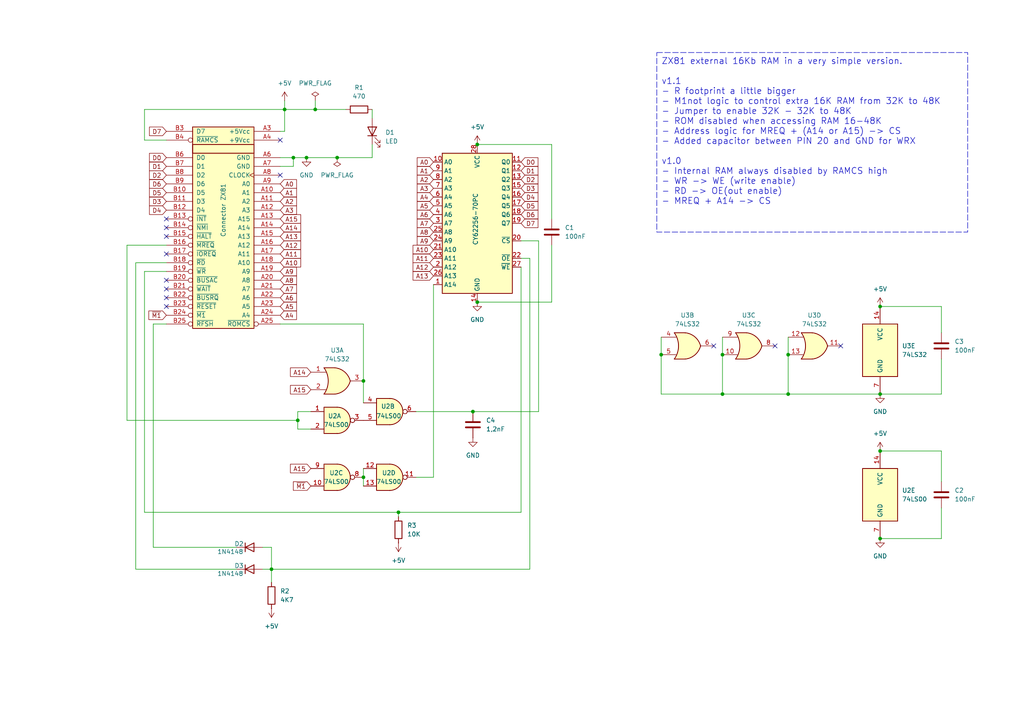
<source format=kicad_sch>
(kicad_sch (version 20231120) (generator "eeschema") (generator_version "8.0")
  (paper "A4")
  (title_block (title "ZX81 external 16Kb RAM - Simple") (date "2024-04-23") (rev "v1") (company "ZXInfo"))
  (lib_symbols
    (symbol "74xx:74LS00" (pin_names (offset 1.016))
      (property "Reference" "U" (at 0 1.27 0))
      (property "Value" "74LS00" (at 0 -1.27 0))
      (symbol "74LS00_1_1"
        (arc (start 0 -3.81) (mid 3.7934 0) (end 0 3.81) (stroke (width 0.254)) (fill (type background)))
        (polyline (pts (xy 0 3.81) (xy -3.81 3.81) (xy -3.81 -3.81) (xy 0 -3.81)) (stroke (width 0.254)) (fill (type background)))
        (pin input line (at -7.62 2.54 0) (length 3.81) (name "~") (number "1"))
        (pin input line (at -7.62 -2.54 0) (length 3.81) (name "~") (number "2"))
        (pin output inverted (at 7.62 0 180) (length 3.81) (name "~") (number "3"))
      )
      (symbol "74LS00_1_2"
        (arc (start -3.81 -3.81) (mid -2.589 0) (end -3.81 3.81) (stroke (width 0.254)))
        (arc (start -0.6096 -3.81) (mid 2.1842 -2.5851) (end 3.81 0) (stroke (width 0.254)) (fill (type background)))
        (polyline (pts (xy -3.81 -3.81) (xy -0.635 -3.81)) (stroke (width 0.254)) (fill (type background)))
        (polyline (pts (xy -3.81 3.81) (xy -0.635 3.81)) (stroke (width 0.254)) (fill (type background)))
        (polyline (pts (xy -0.635 3.81) (xy -3.81 3.81) (xy -3.81 3.81) (xy -3.556 3.4036) (xy -3.0226 2.2606) (xy -2.6924 1.0414) (xy -2.6162 -0.254) (xy -2.7686 -1.4986) (xy -3.175 -2.7178) (xy -3.81 -3.81) (xy -3.81 -3.81) (xy -0.635 -3.81)) (stroke (width -25.4)) (fill (type background)))
        (arc (start 3.81 0) (mid 2.1915 2.5936) (end -0.6096 3.81) (stroke (width 0.254)) (fill (type background)))
        (pin input inverted (at -7.62 2.54 0) (length 4.318) (name "~") (number "1"))
        (pin input inverted (at -7.62 -2.54 0) (length 4.318) (name "~") (number "2"))
        (pin output line (at 7.62 0 180) (length 3.81) (name "~") (number "3"))
      )
      (symbol "74LS00_2_1"
        (arc (start 0 -3.81) (mid 3.7934 0) (end 0 3.81) (stroke (width 0.254)) (fill (type background)))
        (polyline (pts (xy 0 3.81) (xy -3.81 3.81) (xy -3.81 -3.81) (xy 0 -3.81)) (stroke (width 0.254)) (fill (type background)))
        (pin input line (at -7.62 2.54 0) (length 3.81) (name "~") (number "4"))
        (pin input line (at -7.62 -2.54 0) (length 3.81) (name "~") (number "5"))
        (pin output inverted (at 7.62 0 180) (length 3.81) (name "~") (number "6"))
      )
      (symbol "74LS00_2_2"
        (arc (start -3.81 -3.81) (mid -2.589 0) (end -3.81 3.81) (stroke (width 0.254)))
        (arc (start -0.6096 -3.81) (mid 2.1842 -2.5851) (end 3.81 0) (stroke (width 0.254)) (fill (type background)))
        (polyline (pts (xy -3.81 -3.81) (xy -0.635 -3.81)) (stroke (width 0.254)) (fill (type background)))
        (polyline (pts (xy -3.81 3.81) (xy -0.635 3.81)) (stroke (width 0.254)) (fill (type background)))
        (polyline (pts (xy -0.635 3.81) (xy -3.81 3.81) (xy -3.81 3.81) (xy -3.556 3.4036) (xy -3.0226 2.2606) (xy -2.6924 1.0414) (xy -2.6162 -0.254) (xy -2.7686 -1.4986) (xy -3.175 -2.7178) (xy -3.81 -3.81) (xy -3.81 -3.81) (xy -0.635 -3.81)) (stroke (width -25.4)) (fill (type background)))
        (arc (start 3.81 0) (mid 2.1915 2.5936) (end -0.6096 3.81) (stroke (width 0.254)) (fill (type background)))
        (pin input inverted (at -7.62 2.54 0) (length 4.318) (name "~") (number "4"))
        (pin input inverted (at -7.62 -2.54 0) (length 4.318) (name "~") (number "5"))
        (pin output line (at 7.62 0 180) (length 3.81) (name "~") (number "6"))
      )
      (symbol "74LS00_3_1"
        (arc (start 0 -3.81) (mid 3.7934 0) (end 0 3.81) (stroke (width 0.254)) (fill (type background)))
        (polyline (pts (xy 0 3.81) (xy -3.81 3.81) (xy -3.81 -3.81) (xy 0 -3.81)) (stroke (width 0.254)) (fill (type background)))
        (pin input line (at -7.62 -2.54 0) (length 3.81) (name "~") (number "10"))
        (pin output inverted (at 7.62 0 180) (length 3.81) (name "~") (number "8"))
        (pin input line (at -7.62 2.54 0) (length 3.81) (name "~") (number "9"))
      )
      (symbol "74LS00_3_2"
        (arc (start -3.81 -3.81) (mid -2.589 0) (end -3.81 3.81) (stroke (width 0.254)))
        (arc (start -0.6096 -3.81) (mid 2.1842 -2.5851) (end 3.81 0) (stroke (width 0.254)) (fill (type background)))
        (polyline (pts (xy -3.81 -3.81) (xy -0.635 -3.81)) (stroke (width 0.254)) (fill (type background)))
        (polyline (pts (xy -3.81 3.81) (xy -0.635 3.81)) (stroke (width 0.254)) (fill (type background)))
        (polyline (pts (xy -0.635 3.81) (xy -3.81 3.81) (xy -3.81 3.81) (xy -3.556 3.4036) (xy -3.0226 2.2606) (xy -2.6924 1.0414) (xy -2.6162 -0.254) (xy -2.7686 -1.4986) (xy -3.175 -2.7178) (xy -3.81 -3.81) (xy -3.81 -3.81) (xy -0.635 -3.81)) (stroke (width -25.4)) (fill (type background)))
        (arc (start 3.81 0) (mid 2.1915 2.5936) (end -0.6096 3.81) (stroke (width 0.254)) (fill (type background)))
        (pin input inverted (at -7.62 -2.54 0) (length 4.318) (name "~") (number "10"))
        (pin output line (at 7.62 0 180) (length 3.81) (name "~") (number "8"))
        (pin input inverted (at -7.62 2.54 0) (length 4.318) (name "~") (number "9"))
      )
      (symbol "74LS00_4_1"
        (arc (start 0 -3.81) (mid 3.7934 0) (end 0 3.81) (stroke (width 0.254)) (fill (type background)))
        (polyline (pts (xy 0 3.81) (xy -3.81 3.81) (xy -3.81 -3.81) (xy 0 -3.81)) (stroke (width 0.254)) (fill (type background)))
        (pin output inverted (at 7.62 0 180) (length 3.81) (name "~") (number "11"))
        (pin input line (at -7.62 2.54 0) (length 3.81) (name "~") (number "12"))
        (pin input line (at -7.62 -2.54 0) (length 3.81) (name "~") (number "13"))
      )
      (symbol "74LS00_4_2"
        (arc (start -3.81 -3.81) (mid -2.589 0) (end -3.81 3.81) (stroke (width 0.254)))
        (arc (start -0.6096 -3.81) (mid 2.1842 -2.5851) (end 3.81 0) (stroke (width 0.254)) (fill (type background)))
        (polyline (pts (xy -3.81 -3.81) (xy -0.635 -3.81)) (stroke (width 0.254)) (fill (type background)))
        (polyline (pts (xy -3.81 3.81) (xy -0.635 3.81)) (stroke (width 0.254)) (fill (type background)))
        (polyline (pts (xy -0.635 3.81) (xy -3.81 3.81) (xy -3.81 3.81) (xy -3.556 3.4036) (xy -3.0226 2.2606) (xy -2.6924 1.0414) (xy -2.6162 -0.254) (xy -2.7686 -1.4986) (xy -3.175 -2.7178) (xy -3.81 -3.81) (xy -3.81 -3.81) (xy -0.635 -3.81)) (stroke (width -25.4)) (fill (type background)))
        (arc (start 3.81 0) (mid 2.1915 2.5936) (end -0.6096 3.81) (stroke (width 0.254)) (fill (type background)))
        (pin output line (at 7.62 0 180) (length 3.81) (name "~") (number "11"))
        (pin input inverted (at -7.62 2.54 0) (length 4.318) (name "~") (number "12"))
        (pin input inverted (at -7.62 -2.54 0) (length 4.318) (name "~") (number "13"))
      )
      (symbol "74LS00_5_0"
        (pin power_in line (at 0 12.7 270) (length 5.08) (name "VCC") (number "14"))
        (pin power_in line (at 0 -12.7 90) (length 5.08) (name "GND") (number "7"))
      )
      (symbol "74LS00_5_1"
        (rectangle (start -5.08 7.62) (end 5.08 -7.62) (stroke (width 0.254)) (fill (type background)))
      )
    )
    (symbol "74xx:74LS32" (pin_names (offset 1.016))
      (property "Reference" "U" (at 0 1.27 0))
      (property "Value" "74LS32" (at 0 -1.27 0))
      (symbol "74LS32_1_1"
        (arc (start -3.81 -3.81) (mid -2.589 0) (end -3.81 3.81) (stroke (width 0.254)))
        (arc (start -0.6096 -3.81) (mid 2.1842 -2.5851) (end 3.81 0) (stroke (width 0.254)) (fill (type background)))
        (polyline (pts (xy -3.81 -3.81) (xy -0.635 -3.81)) (stroke (width 0.254)) (fill (type background)))
        (polyline (pts (xy -3.81 3.81) (xy -0.635 3.81)) (stroke (width 0.254)) (fill (type background)))
        (polyline (pts (xy -0.635 3.81) (xy -3.81 3.81) (xy -3.81 3.81) (xy -3.556 3.4036) (xy -3.0226 2.2606) (xy -2.6924 1.0414) (xy -2.6162 -0.254) (xy -2.7686 -1.4986) (xy -3.175 -2.7178) (xy -3.81 -3.81) (xy -3.81 -3.81) (xy -0.635 -3.81)) (stroke (width -25.4)) (fill (type background)))
        (arc (start 3.81 0) (mid 2.1915 2.5936) (end -0.6096 3.81) (stroke (width 0.254)) (fill (type background)))
        (pin input line (at -7.62 2.54 0) (length 4.318) (name "~") (number "1"))
        (pin input line (at -7.62 -2.54 0) (length 4.318) (name "~") (number "2"))
        (pin output line (at 7.62 0 180) (length 3.81) (name "~") (number "3"))
      )
      (symbol "74LS32_1_2"
        (arc (start 0 -3.81) (mid 3.7934 0) (end 0 3.81) (stroke (width 0.254)) (fill (type background)))
        (polyline (pts (xy 0 3.81) (xy -3.81 3.81) (xy -3.81 -3.81) (xy 0 -3.81)) (stroke (width 0.254)) (fill (type background)))
        (pin input inverted (at -7.62 2.54 0) (length 3.81) (name "~") (number "1"))
        (pin input inverted (at -7.62 -2.54 0) (length 3.81) (name "~") (number "2"))
        (pin output inverted (at 7.62 0 180) (length 3.81) (name "~") (number "3"))
      )
      (symbol "74LS32_2_1"
        (arc (start -3.81 -3.81) (mid -2.589 0) (end -3.81 3.81) (stroke (width 0.254)))
        (arc (start -0.6096 -3.81) (mid 2.1842 -2.5851) (end 3.81 0) (stroke (width 0.254)) (fill (type background)))
        (polyline (pts (xy -3.81 -3.81) (xy -0.635 -3.81)) (stroke (width 0.254)) (fill (type background)))
        (polyline (pts (xy -3.81 3.81) (xy -0.635 3.81)) (stroke (width 0.254)) (fill (type background)))
        (polyline (pts (xy -0.635 3.81) (xy -3.81 3.81) (xy -3.81 3.81) (xy -3.556 3.4036) (xy -3.0226 2.2606) (xy -2.6924 1.0414) (xy -2.6162 -0.254) (xy -2.7686 -1.4986) (xy -3.175 -2.7178) (xy -3.81 -3.81) (xy -3.81 -3.81) (xy -0.635 -3.81)) (stroke (width -25.4)) (fill (type background)))
        (arc (start 3.81 0) (mid 2.1915 2.5936) (end -0.6096 3.81) (stroke (width 0.254)) (fill (type background)))
        (pin input line (at -7.62 2.54 0) (length 4.318) (name "~") (number "4"))
        (pin input line (at -7.62 -2.54 0) (length 4.318) (name "~") (number "5"))
        (pin output line (at 7.62 0 180) (length 3.81) (name "~") (number "6"))
      )
      (symbol "74LS32_2_2"
        (arc (start 0 -3.81) (mid 3.7934 0) (end 0 3.81) (stroke (width 0.254)) (fill (type background)))
        (polyline (pts (xy 0 3.81) (xy -3.81 3.81) (xy -3.81 -3.81) (xy 0 -3.81)) (stroke (width 0.254)) (fill (type background)))
        (pin input inverted (at -7.62 2.54 0) (length 3.81) (name "~") (number "4"))
        (pin input inverted (at -7.62 -2.54 0) (length 3.81) (name "~") (number "5"))
        (pin output inverted (at 7.62 0 180) (length 3.81) (name "~") (number "6"))
      )
      (symbol "74LS32_3_1"
        (arc (start -3.81 -3.81) (mid -2.589 0) (end -3.81 3.81) (stroke (width 0.254)))
        (arc (start -0.6096 -3.81) (mid 2.1842 -2.5851) (end 3.81 0) (stroke (width 0.254)) (fill (type background)))
        (polyline (pts (xy -3.81 -3.81) (xy -0.635 -3.81)) (stroke (width 0.254)) (fill (type background)))
        (polyline (pts (xy -3.81 3.81) (xy -0.635 3.81)) (stroke (width 0.254)) (fill (type background)))
        (polyline (pts (xy -0.635 3.81) (xy -3.81 3.81) (xy -3.81 3.81) (xy -3.556 3.4036) (xy -3.0226 2.2606) (xy -2.6924 1.0414) (xy -2.6162 -0.254) (xy -2.7686 -1.4986) (xy -3.175 -2.7178) (xy -3.81 -3.81) (xy -3.81 -3.81) (xy -0.635 -3.81)) (stroke (width -25.4)) (fill (type background)))
        (arc (start 3.81 0) (mid 2.1915 2.5936) (end -0.6096 3.81) (stroke (width 0.254)) (fill (type background)))
        (pin input line (at -7.62 -2.54 0) (length 4.318) (name "~") (number "10"))
        (pin output line (at 7.62 0 180) (length 3.81) (name "~") (number "8"))
        (pin input line (at -7.62 2.54 0) (length 4.318) (name "~") (number "9"))
      )
      (symbol "74LS32_3_2"
        (arc (start 0 -3.81) (mid 3.7934 0) (end 0 3.81) (stroke (width 0.254)) (fill (type background)))
        (polyline (pts (xy 0 3.81) (xy -3.81 3.81) (xy -3.81 -3.81) (xy 0 -3.81)) (stroke (width 0.254)) (fill (type background)))
        (pin input inverted (at -7.62 -2.54 0) (length 3.81) (name "~") (number "10"))
        (pin output inverted (at 7.62 0 180) (length 3.81) (name "~") (number "8"))
        (pin input inverted (at -7.62 2.54 0) (length 3.81) (name "~") (number "9"))
      )
      (symbol "74LS32_4_1"
        (arc (start -3.81 -3.81) (mid -2.589 0) (end -3.81 3.81) (stroke (width 0.254)))
        (arc (start -0.6096 -3.81) (mid 2.1842 -2.5851) (end 3.81 0) (stroke (width 0.254)) (fill (type background)))
        (polyline (pts (xy -3.81 -3.81) (xy -0.635 -3.81)) (stroke (width 0.254)) (fill (type background)))
        (polyline (pts (xy -3.81 3.81) (xy -0.635 3.81)) (stroke (width 0.254)) (fill (type background)))
        (polyline (pts (xy -0.635 3.81) (xy -3.81 3.81) (xy -3.81 3.81) (xy -3.556 3.4036) (xy -3.0226 2.2606) (xy -2.6924 1.0414) (xy -2.6162 -0.254) (xy -2.7686 -1.4986) (xy -3.175 -2.7178) (xy -3.81 -3.81) (xy -3.81 -3.81) (xy -0.635 -3.81)) (stroke (width -25.4)) (fill (type background)))
        (arc (start 3.81 0) (mid 2.1915 2.5936) (end -0.6096 3.81) (stroke (width 0.254)) (fill (type background)))
        (pin output line (at 7.62 0 180) (length 3.81) (name "~") (number "11"))
        (pin input line (at -7.62 2.54 0) (length 4.318) (name "~") (number "12"))
        (pin input line (at -7.62 -2.54 0) (length 4.318) (name "~") (number "13"))
      )
      (symbol "74LS32_4_2"
        (arc (start 0 -3.81) (mid 3.7934 0) (end 0 3.81) (stroke (width 0.254)) (fill (type background)))
        (polyline (pts (xy 0 3.81) (xy -3.81 3.81) (xy -3.81 -3.81) (xy 0 -3.81)) (stroke (width 0.254)) (fill (type background)))
        (pin output inverted (at 7.62 0 180) (length 3.81) (name "~") (number "11"))
        (pin input inverted (at -7.62 2.54 0) (length 3.81) (name "~") (number "12"))
        (pin input inverted (at -7.62 -2.54 0) (length 3.81) (name "~") (number "13"))
      )
      (symbol "74LS32_5_0"
        (pin power_in line (at 0 12.7 270) (length 5.08) (name "VCC") (number "14"))
        (pin power_in line (at 0 -12.7 90) (length 5.08) (name "GND") (number "7"))
      )
      (symbol "74LS32_5_1"
        (rectangle (start -5.08 7.62) (end 5.08 -7.62) (stroke (width 0.254)) (fill (type background)))
      )
    )
    (symbol "Device:C" (pin_numbers hide) (pin_names (offset 0.254))
      (property "Reference" "C" (at 0.635 2.54 0))
      (property "Value" "C" (at 0.635 -2.54 0))
      (symbol "C_0_1"
        (polyline (pts (xy -2.032 -0.762) (xy 2.032 -0.762)) (stroke (width 0.508)))
        (polyline (pts (xy -2.032 0.762) (xy 2.032 0.762)) (stroke (width 0.508)))
      )
      (symbol "C_1_1"
        (pin passive line (at 0 3.81 270) (length 2.794) (name "~") (number "1"))
        (pin passive line (at 0 -3.81 90) (length 2.794) (name "~") (number "2"))
      )
    )
    (symbol "Device:LED" (pin_numbers hide) (pin_names (offset 1.016) hide)
      (property "Reference" "D" (at 0 2.54 0))
      (property "Value" "LED" (at 0 -2.54 0))
      (symbol "LED_0_1"
        (polyline (pts (xy -1.27 -1.27) (xy -1.27 1.27)) (stroke (width 0.254)))
        (polyline (pts (xy -1.27 0) (xy 1.27 0)))
        (polyline (pts (xy 1.27 -1.27) (xy 1.27 1.27) (xy -1.27 0) (xy 1.27 -1.27)) (stroke (width 0.254)))
        (polyline (pts (xy -3.048 -0.762) (xy -4.572 -2.286) (xy -3.81 -2.286) (xy -4.572 -2.286) (xy -4.572 -1.524)))
        (polyline (pts (xy -1.778 -0.762) (xy -3.302 -2.286) (xy -2.54 -2.286) (xy -3.302 -2.286) (xy -3.302 -1.524)))
      )
      (symbol "LED_1_1"
        (pin passive line (at -3.81 0 0) (length 2.54) (name "K") (number "1"))
        (pin passive line (at 3.81 0 180) (length 2.54) (name "A") (number "2"))
      )
    )
    (symbol "Device:R" (pin_numbers hide) (pin_names (offset 0))
      (property "Reference" "R" (at 2.032 0 90))
      (property "Value" "R" (at 0 0 90))
      (symbol "R_0_1"
        (rectangle (start -1.016 -2.54) (end 1.016 2.54) (stroke (width 0.254)))
      )
      (symbol "R_1_1"
        (pin passive line (at 0 3.81 270) (length 1.27) (name "~") (number "1"))
        (pin passive line (at 0 -3.81 90) (length 1.27) (name "~") (number "2"))
      )
    )
    (symbol "Diode:1N4148" (pin_numbers hide) (pin_names hide)
      (property "Reference" "D" (at 0 2.54 0))
      (property "Value" "1N4148" (at 0 -2.54 0))
      (symbol "1N4148_0_1"
        (polyline (pts (xy -1.27 1.27) (xy -1.27 -1.27)) (stroke (width 0.254)))
        (polyline (pts (xy 1.27 0) (xy -1.27 0)))
        (polyline (pts (xy 1.27 1.27) (xy 1.27 -1.27) (xy -1.27 0) (xy 1.27 1.27)) (stroke (width 0.254)))
      )
      (symbol "1N4148_1_1"
        (pin passive line (at -3.81 0 0) (length 2.54) (name "K") (number "1"))
        (pin passive line (at 3.81 0 180) (length 2.54) (name "A") (number "2"))
      )
    )
    (symbol "Memory_RAM:CY62256-70PC"
      (property "Reference" "U" (at -10.16 20.955 0))
      (property "Value" "CY62256-70PC" (at 2.54 20.955 0))
      (symbol "CY62256-70PC_0_0"
        (pin power_in line (at 0 -22.86 90) (length 2.54) (name "GND") (number "14"))
        (pin power_in line (at 0 22.86 270) (length 2.54) (name "VCC") (number "28"))
      )
      (symbol "CY62256-70PC_0_1"
        (rectangle (start -10.16 20.32) (end 10.16 -20.32) (stroke (width 0.254)) (fill (type background)))
      )
      (symbol "CY62256-70PC_1_1"
        (pin input line (at -12.7 -17.78 0) (length 2.54) (name "A14") (number "1"))
        (pin input line (at -12.7 17.78 0) (length 2.54) (name "A0") (number "10"))
        (pin tri_state line (at 12.7 17.78 180) (length 2.54) (name "Q0") (number "11"))
        (pin tri_state line (at 12.7 15.24 180) (length 2.54) (name "Q1") (number "12"))
        (pin tri_state line (at 12.7 12.7 180) (length 2.54) (name "Q2") (number "13"))
        (pin tri_state line (at 12.7 10.16 180) (length 2.54) (name "Q3") (number "15"))
        (pin tri_state line (at 12.7 7.62 180) (length 2.54) (name "Q4") (number "16"))
        (pin tri_state line (at 12.7 5.08 180) (length 2.54) (name "Q5") (number "17"))
        (pin tri_state line (at 12.7 2.54 180) (length 2.54) (name "Q6") (number "18"))
        (pin tri_state line (at 12.7 0 180) (length 2.54) (name "Q7") (number "19"))
        (pin input line (at -12.7 -12.7 0) (length 2.54) (name "A12") (number "2"))
        (pin input line (at 12.7 -5.08 180) (length 2.54) (name "~{CS}") (number "20"))
        (pin input line (at -12.7 -7.62 0) (length 2.54) (name "A10") (number "21"))
        (pin input line (at 12.7 -10.16 180) (length 2.54) (name "~{OE}") (number "22"))
        (pin input line (at -12.7 -10.16 0) (length 2.54) (name "A11") (number "23"))
        (pin input line (at -12.7 -5.08 0) (length 2.54) (name "A9") (number "24"))
        (pin input line (at -12.7 -2.54 0) (length 2.54) (name "A8") (number "25"))
        (pin input line (at -12.7 -15.24 0) (length 2.54) (name "A13") (number "26"))
        (pin input line (at 12.7 -12.7 180) (length 2.54) (name "~{WE}") (number "27"))
        (pin input line (at -12.7 0 0) (length 2.54) (name "A7") (number "3"))
        (pin input line (at -12.7 2.54 0) (length 2.54) (name "A6") (number "4"))
        (pin input line (at -12.7 5.08 0) (length 2.54) (name "A5") (number "5"))
        (pin input line (at -12.7 7.62 0) (length 2.54) (name "A4") (number "6"))
        (pin input line (at -12.7 10.16 0) (length 2.54) (name "A3") (number "7"))
        (pin input line (at -12.7 12.7 0) (length 2.54) (name "A2") (number "8"))
        (pin input line (at -12.7 15.24 0) (length 2.54) (name "A1") (number "9"))
      )
    )
    (symbol "ZXINFO_SYMBOL:Connector ZX81" (pin_names (offset 1.016))
      (property "Reference" "J" (at 1.27 36.83 0))
      (property "Value" "Connector ZX81" (at 1.27 -29.972 0))
      (symbol "Connector ZX81_1_1"
        (rectangle (start -8.89 25.4) (end 8.89 22.86) (stroke (width 0.254)))
        (rectangle (start -8.89 30.48) (end 8.89 -27.94) (stroke (width 0.254)) (fill (type background)))
        (pin bidirectional line (at 16.51 11.43 180) (length 7.62) (name "A1") (number "A10"))
        (pin bidirectional line (at 16.51 8.89 180) (length 7.62) (name "A2") (number "A11"))
        (pin bidirectional line (at 16.51 6.35 180) (length 7.62) (name "A3") (number "A12"))
        (pin bidirectional line (at 16.51 3.81 180) (length 7.62) (name "A15") (number "A13"))
        (pin bidirectional line (at 16.51 1.27 180) (length 7.62) (name "A14") (number "A14"))
        (pin bidirectional line (at 16.51 -1.27 180) (length 7.62) (name "A13") (number "A15"))
        (pin bidirectional line (at 16.51 -3.81 180) (length 7.62) (name "A12") (number "A16"))
        (pin bidirectional line (at 16.51 -6.35 180) (length 7.62) (name "A11") (number "A17"))
        (pin bidirectional line (at 16.51 -8.89 180) (length 7.62) (name "A10") (number "A18"))
        (pin bidirectional line (at 16.51 -11.43 180) (length 7.62) (name "A9") (number "A19"))
        (pin bidirectional line (at 16.51 -13.97 180) (length 7.62) (name "A8") (number "A20"))
        (pin bidirectional line (at 16.51 -16.51 180) (length 7.62) (name "A7") (number "A21"))
        (pin bidirectional line (at 16.51 -19.05 180) (length 7.62) (name "A6") (number "A22"))
        (pin bidirectional line (at 16.51 -21.59 180) (length 7.62) (name "A5") (number "A23"))
        (pin bidirectional line (at 16.51 -24.13 180) (length 7.62) (name "A4") (number "A24"))
        (pin bidirectional inverted (at 16.51 -26.67 180) (length 7.62) (name "~{ROMCS}") (number "A25"))
        (pin output line (at 16.51 29.21 180) (length 7.62) (name "+5Vcc") (number "A3"))
        (pin output line (at 16.51 26.67 180) (length 7.62) (name "+9Vcc") (number "A4"))
        (pin passive line (at 16.51 21.59 180) (length 7.62) (name "GND") (number "A6"))
        (pin passive line (at 16.51 19.05 180) (length 7.62) (name "GND") (number "A7"))
        (pin bidirectional clock (at 16.51 16.51 180) (length 7.62) (name "CLOCK") (number "A8"))
        (pin bidirectional line (at 16.51 13.97 180) (length 7.62) (name "A0") (number "A9"))
        (pin bidirectional line (at -16.51 11.43 0) (length 7.62) (name "D5") (number "B10"))
        (pin bidirectional line (at -16.51 8.89 0) (length 7.62) (name "D3") (number "B11"))
        (pin bidirectional line (at -16.51 6.35 0) (length 7.62) (name "D4") (number "B12"))
        (pin bidirectional inverted (at -16.51 3.81 0) (length 7.62) (name "~{INT}") (number "B13"))
        (pin bidirectional inverted (at -16.51 1.27 0) (length 7.62) (name "~{NMI}") (number "B14"))
        (pin bidirectional inverted (at -16.51 -1.27 0) (length 7.62) (name "~{HALT}") (number "B15"))
        (pin bidirectional inverted (at -16.51 -3.81 0) (length 7.62) (name "~{MREQ}") (number "B16"))
        (pin bidirectional inverted (at -16.51 -6.35 0) (length 7.62) (name "~{IOREQ}") (number "B17"))
        (pin bidirectional inverted (at -16.51 -8.89 0) (length 7.62) (name "~{RD}") (number "B18"))
        (pin bidirectional inverted (at -16.51 -11.43 0) (length 7.62) (name "~{WR}") (number "B19"))
        (pin bidirectional inverted (at -16.51 -13.97 0) (length 7.62) (name "~{BUSAC}") (number "B20"))
        (pin bidirectional inverted (at -16.51 -16.51 0) (length 7.62) (name "~{WAIT}") (number "B21"))
        (pin bidirectional inverted (at -16.51 -19.05 0) (length 7.62) (name "~{BUSRQ}") (number "B22"))
        (pin bidirectional inverted (at -16.51 -21.59 0) (length 7.62) (name "~{RESET}") (number "B23"))
        (pin bidirectional inverted (at -16.51 -24.13 0) (length 7.62) (name "~{M1}") (number "B24"))
        (pin bidirectional inverted (at -16.51 -26.67 0) (length 7.62) (name "~{RFSH}") (number "B25"))
        (pin bidirectional line (at -16.51 29.21 0) (length 7.62) (name "D7") (number "B3"))
        (pin input inverted (at -16.51 26.67 0) (length 7.62) (name "~{RAMCS}") (number "B4"))
        (pin bidirectional line (at -16.51 21.59 0) (length 7.62) (name "D0") (number "B6"))
        (pin bidirectional line (at -16.51 19.05 0) (length 7.62) (name "D1") (number "B7"))
        (pin bidirectional line (at -16.51 16.51 0) (length 7.62) (name "D2") (number "B8"))
        (pin bidirectional line (at -16.51 13.97 0) (length 7.62) (name "D6") (number "B9"))
      )
    )
    (symbol "power:+5V" (power) (pin_numbers hide) (pin_names (offset 0) hide)
      (property "Value" "+5V" (at 0 3.556 0))
      (symbol "+5V_0_1"
        (polyline (pts (xy -0.762 1.27) (xy 0 2.54)))
        (polyline (pts (xy 0 0) (xy 0 2.54)))
        (polyline (pts (xy 0 2.54) (xy 0.762 1.27)))
      )
      (symbol "+5V_1_1"
        (pin power_in line (at 0 0 90) (length 0) (name "~") (number "1"))
      )
    )
    (symbol "power:GND" (power) (pin_numbers hide) (pin_names (offset 0) hide)
      (property "Value" "GND" (at 0 -3.81 0))
      (symbol "GND_0_1"
        (polyline (pts (xy 0 0) (xy 0 -1.27) (xy 1.27 -1.27) (xy 0 -2.54) (xy -1.27 -1.27) (xy 0 -1.27)))
      )
      (symbol "GND_1_1"
        (pin power_in line (at 0 0 270) (length 0) (name "~") (number "1"))
      )
    )
    (symbol "power:PWR_FLAG" (power) (pin_numbers hide) (pin_names (offset 0) hide)
      (property "Value" "PWR_FLAG" (at 0 3.81 0))
      (symbol "PWR_FLAG_0_0"
        (pin power_out line (at 0 0 90) (length 0) (name "~") (number "1"))
      )
      (symbol "PWR_FLAG_0_1"
        (polyline (pts (xy 0 0) (xy 0 1.27) (xy -1.016 1.905) (xy 0 2.54) (xy 1.016 1.905) (xy 0 1.27)))
      )
    )
  )
  (junction (at 228.6 102.87))
  (junction (at 137.16 119.38))
  (junction (at 255.27 130.81))
  (junction (at 209.55 114.3))
  (junction (at 255.27 88.9))
  (junction (at 85.09 45.72))
  (junction (at 86.36 121.92))
  (junction (at 91.44 31.75))
  (junction (at 228.6 114.3))
  (junction (at 255.27 156.21))
  (junction (at 88.9 45.72))
  (junction (at 191.77 102.87))
  (junction (at 82.55 31.75))
  (junction (at 209.55 102.87))
  (junction (at 78.74 165.1))
  (junction (at 255.27 114.3))
  (junction (at 138.43 41.91))
  (junction (at 115.57 148.59))
  (junction (at 138.43 87.63))
  (junction (at 97.79 45.72))
  (junction (at 105.41 138.43))
  (junction (at 105.41 110.49))
  (no_connect (at 48.26 73.66))
  (no_connect (at 224.79 100.33))
  (no_connect (at 48.26 88.9))
  (no_connect (at 48.26 63.5))
  (no_connect (at 81.28 50.8))
  (no_connect (at 207.01 100.33))
  (no_connect (at 48.26 86.36))
  (no_connect (at 48.26 68.58))
  (no_connect (at 243.84 100.33))
  (no_connect (at 81.28 40.64))
  (no_connect (at 48.26 83.82))
  (no_connect (at 48.26 81.28))
  (no_connect (at 48.26 66.04))
  (wire (pts (xy 138.43 87.63) (xy 160.02 87.63)))
  (wire (pts (xy 78.74 165.1) (xy 78.74 168.91)))
  (wire (pts (xy 78.74 158.75) (xy 78.74 165.1)))
  (wire (pts (xy 153.67 74.93) (xy 151.13 74.93)))
  (wire (pts (xy 228.6 102.87) (xy 228.6 114.3)))
  (wire (pts (xy 48.26 71.12) (xy 36.83 71.12)))
  (wire (pts (xy 107.95 31.75) (xy 107.95 34.29)))
  (wire (pts (xy 88.9 45.72) (xy 97.79 45.72)))
  (wire (pts (xy 39.37 76.2) (xy 39.37 165.1)))
  (wire (pts (xy 78.74 158.75) (xy 76.2 158.75)))
  (wire (pts (xy 44.45 93.98) (xy 44.45 158.75)))
  (wire (pts (xy 107.95 45.72) (xy 97.79 45.72)))
  (wire (pts (xy 41.91 148.59) (xy 41.91 78.74)))
  (wire (pts (xy 255.27 130.81) (xy 273.05 130.81)))
  (wire (pts (xy 120.65 119.38) (xy 137.16 119.38)))
  (wire (pts (xy 273.05 104.14) (xy 273.05 114.3)))
  (wire (pts (xy 68.58 165.1) (xy 39.37 165.1)))
  (wire (pts (xy 209.55 102.87) (xy 209.55 114.3)))
  (wire (pts (xy 273.05 130.81) (xy 273.05 139.7)))
  (wire (pts (xy 36.83 121.92) (xy 86.36 121.92)))
  (wire (pts (xy 78.74 165.1) (xy 153.67 165.1)))
  (wire (pts (xy 255.27 156.21) (xy 273.05 156.21)))
  (wire (pts (xy 120.65 138.43) (xy 125.73 138.43)))
  (wire (pts (xy 82.55 31.75) (xy 91.44 31.75)))
  (wire (pts (xy 273.05 88.9) (xy 255.27 88.9)))
  (wire (pts (xy 48.26 76.2) (xy 39.37 76.2)))
  (wire (pts (xy 44.45 93.98) (xy 48.26 93.98)))
  (wire (pts (xy 125.73 82.55) (xy 125.73 138.43)))
  (wire (pts (xy 115.57 148.59) (xy 41.91 148.59)))
  (wire (pts (xy 82.55 31.75) (xy 82.55 38.1)))
  (wire (pts (xy 191.77 97.79) (xy 191.77 102.87)))
  (wire (pts (xy 191.77 102.87) (xy 191.77 114.3)))
  (wire (pts (xy 81.28 38.1) (xy 82.55 38.1)))
  (wire (pts (xy 44.45 158.75) (xy 68.58 158.75)))
  (wire (pts (xy 86.36 124.46) (xy 90.17 124.46)))
  (wire (pts (xy 91.44 31.75) (xy 100.33 31.75)))
  (wire (pts (xy 153.67 74.93) (xy 153.67 165.1)))
  (wire (pts (xy 81.28 93.98) (xy 105.41 93.98)))
  (wire (pts (xy 156.21 69.85) (xy 156.21 119.38)))
  (wire (pts (xy 209.55 114.3) (xy 228.6 114.3)))
  (wire (pts (xy 160.02 71.12) (xy 160.02 87.63)))
  (wire (pts (xy 85.09 48.26) (xy 85.09 45.72)))
  (wire (pts (xy 107.95 41.91) (xy 107.95 45.72)))
  (wire (pts (xy 115.57 149.86) (xy 115.57 148.59)))
  (wire (pts (xy 160.02 41.91) (xy 160.02 63.5)))
  (wire (pts (xy 228.6 97.79) (xy 228.6 102.87)))
  (wire (pts (xy 228.6 114.3) (xy 255.27 114.3)))
  (wire (pts (xy 82.55 29.21) (xy 82.55 31.75)))
  (wire (pts (xy 86.36 119.38) (xy 90.17 119.38)))
  (wire (pts (xy 151.13 69.85) (xy 156.21 69.85)))
  (wire (pts (xy 138.43 41.91) (xy 160.02 41.91)))
  (wire (pts (xy 81.28 48.26) (xy 85.09 48.26)))
  (wire (pts (xy 105.41 93.98) (xy 105.41 110.49)))
  (wire (pts (xy 41.91 78.74) (xy 48.26 78.74)))
  (wire (pts (xy 36.83 71.12) (xy 36.83 121.92)))
  (wire (pts (xy 85.09 45.72) (xy 88.9 45.72)))
  (wire (pts (xy 105.41 135.89) (xy 105.41 138.43)))
  (wire (pts (xy 273.05 156.21) (xy 273.05 147.32)))
  (wire (pts (xy 255.27 114.3) (xy 273.05 114.3)))
  (wire (pts (xy 41.91 31.75) (xy 82.55 31.75)))
  (wire (pts (xy 105.41 110.49) (xy 105.41 116.84)))
  (wire (pts (xy 105.41 138.43) (xy 105.41 140.97)))
  (wire (pts (xy 151.13 77.47) (xy 151.13 148.59)))
  (wire (pts (xy 209.55 97.79) (xy 209.55 102.87)))
  (wire (pts (xy 137.16 119.38) (xy 156.21 119.38)))
  (wire (pts (xy 91.44 31.75) (xy 91.44 29.21)))
  (wire (pts (xy 86.36 119.38) (xy 86.36 121.92)))
  (wire (pts (xy 273.05 96.52) (xy 273.05 88.9)))
  (wire (pts (xy 41.91 31.75) (xy 41.91 40.64)))
  (wire (pts (xy 81.28 45.72) (xy 85.09 45.72)))
  (wire (pts (xy 86.36 121.92) (xy 86.36 124.46)))
  (wire (pts (xy 209.55 114.3) (xy 191.77 114.3)))
  (wire (pts (xy 151.13 148.59) (xy 115.57 148.59)))
  (wire (pts (xy 76.2 165.1) (xy 78.74 165.1)))
  (wire (pts (xy 41.91 40.64) (xy 48.26 40.64)))
  (text_box "ZX81 external 16Kb RAM in a very simple version.\n\nv1.1\n- R footprint a little bigger\n- M1not logic to control extra 16K RAM from 32K to 48K\n- Jumper to enable 32K - 32K to 48K\n- ROM disabled when accessing RAM 16-48K\n- Address logic for MREQ + (A14 or A15) -> CS\n- Added capacitor between PIN 20 and GND for WRX\n\nv1.0\n- Internal RAM always disabled by RAMCS high\n- WR -> WE (write enable)\n- RD -> OE(out enable)\n- MREQ + A14 -> CS\n" (at 190.5 15.24 0) (size 90.17 52.07) (stroke (width 0) (type dash)) (effects (font (size 1.8 1.8)) (justify left top)))
  (global_label "D4" (shape input) (at 48.26 60.96 180) (property "Intersheetrefs" "${INTERSHEET_REFS}" (effects (hide yes))))
  (global_label "D7" (shape input) (at 48.26 38.1 180) (property "Intersheetrefs" "${INTERSHEET_REFS}" (effects (hide yes))))
  (global_label "A6" (shape input) (at 125.73 62.23 180) (property "Intersheetrefs" "${INTERSHEET_REFS}" (effects (hide yes))))
  (global_label "~{M1}" (shape input) (at 90.17 140.97 180) (property "Intersheetrefs" "${INTERSHEET_REFS}" (effects (hide yes))))
  (global_label "A5" (shape input) (at 81.28 88.9 0) (property "Intersheetrefs" "${INTERSHEET_REFS}" (effects (hide yes))))
  (global_label "A3" (shape input) (at 125.73 54.61 180) (property "Intersheetrefs" "${INTERSHEET_REFS}" (effects (hide yes))))
  (global_label "A3" (shape input) (at 81.28 60.96 0) (property "Intersheetrefs" "${INTERSHEET_REFS}" (effects (hide yes))))
  (global_label "D3" (shape input) (at 48.26 58.42 180) (property "Intersheetrefs" "${INTERSHEET_REFS}" (effects (hide yes))))
  (global_label "A15" (shape input) (at 90.17 113.03 180) (property "Intersheetrefs" "${INTERSHEET_REFS}" (effects (hide yes))))
  (global_label "A12" (shape input) (at 81.28 71.12 0) (property "Intersheetrefs" "${INTERSHEET_REFS}" (effects (hide yes))))
  (global_label "A8" (shape input) (at 81.28 81.28 0) (property "Intersheetrefs" "${INTERSHEET_REFS}" (effects (hide yes))))
  (global_label "D4" (shape input) (at 151.13 57.15 0) (property "Intersheetrefs" "${INTERSHEET_REFS}" (effects (hide yes))))
  (global_label "~{M1}" (shape input) (at 48.26 91.44 180) (property "Intersheetrefs" "${INTERSHEET_REFS}" (effects (hide yes))))
  (global_label "D5" (shape input) (at 48.26 55.88 180) (property "Intersheetrefs" "${INTERSHEET_REFS}" (effects (hide yes))))
  (global_label "A10" (shape input) (at 81.28 76.2 0) (property "Intersheetrefs" "${INTERSHEET_REFS}" (effects (hide yes))))
  (global_label "A0" (shape input) (at 81.28 53.34 0) (property "Intersheetrefs" "${INTERSHEET_REFS}" (effects (hide yes))))
  (global_label "A4" (shape input) (at 125.73 57.15 180) (property "Intersheetrefs" "${INTERSHEET_REFS}" (effects (hide yes))))
  (global_label "D5" (shape input) (at 151.13 59.69 0) (property "Intersheetrefs" "${INTERSHEET_REFS}" (effects (hide yes))))
  (global_label "D6" (shape input) (at 48.26 53.34 180) (property "Intersheetrefs" "${INTERSHEET_REFS}" (effects (hide yes))))
  (global_label "D1" (shape input) (at 151.13 49.53 0) (property "Intersheetrefs" "${INTERSHEET_REFS}" (effects (hide yes))))
  (global_label "D0" (shape input) (at 151.13 46.99 0) (property "Intersheetrefs" "${INTERSHEET_REFS}" (effects (hide yes))))
  (global_label "A13" (shape input) (at 125.73 80.01 180) (property "Intersheetrefs" "${INTERSHEET_REFS}" (effects (hide yes))))
  (global_label "D0" (shape input) (at 48.26 45.72 180) (property "Intersheetrefs" "${INTERSHEET_REFS}" (effects (hide yes))))
  (global_label "A9" (shape input) (at 81.28 78.74 0) (property "Intersheetrefs" "${INTERSHEET_REFS}" (effects (hide yes))))
  (global_label "A15" (shape input) (at 81.28 63.5 0) (property "Intersheetrefs" "${INTERSHEET_REFS}" (effects (hide yes))))
  (global_label "D2" (shape input) (at 48.26 50.8 180) (property "Intersheetrefs" "${INTERSHEET_REFS}" (effects (hide yes))))
  (global_label "A14" (shape input) (at 90.17 107.95 180) (property "Intersheetrefs" "${INTERSHEET_REFS}" (effects (hide yes))))
  (global_label "D6" (shape input) (at 151.13 62.23 0) (property "Intersheetrefs" "${INTERSHEET_REFS}" (effects (hide yes))))
  (global_label "A9" (shape input) (at 125.73 69.85 180) (property "Intersheetrefs" "${INTERSHEET_REFS}" (effects (hide yes))))
  (global_label "A12" (shape input) (at 125.73 77.47 180) (property "Intersheetrefs" "${INTERSHEET_REFS}" (effects (hide yes))))
  (global_label "A2" (shape input) (at 81.28 58.42 0) (property "Intersheetrefs" "${INTERSHEET_REFS}" (effects (hide yes))))
  (global_label "A15" (shape input) (at 90.17 135.89 180) (property "Intersheetrefs" "${INTERSHEET_REFS}" (effects (hide yes))))
  (global_label "A11" (shape input) (at 81.28 73.66 0) (property "Intersheetrefs" "${INTERSHEET_REFS}" (effects (hide yes))))
  (global_label "A13" (shape input) (at 81.28 68.58 0) (property "Intersheetrefs" "${INTERSHEET_REFS}" (effects (hide yes))))
  (global_label "D3" (shape input) (at 151.13 54.61 0) (property "Intersheetrefs" "${INTERSHEET_REFS}" (effects (hide yes))))
  (global_label "A8" (shape input) (at 125.73 67.31 180) (property "Intersheetrefs" "${INTERSHEET_REFS}" (effects (hide yes))))
  (global_label "A14" (shape input) (at 81.28 66.04 0) (property "Intersheetrefs" "${INTERSHEET_REFS}" (effects (hide yes))))
  (global_label "A1" (shape input) (at 81.28 55.88 0) (property "Intersheetrefs" "${INTERSHEET_REFS}" (effects (hide yes))))
  (global_label "A5" (shape input) (at 125.73 59.69 180) (property "Intersheetrefs" "${INTERSHEET_REFS}" (effects (hide yes))))
  (global_label "A7" (shape input) (at 125.73 64.77 180) (property "Intersheetrefs" "${INTERSHEET_REFS}" (effects (hide yes))))
  (global_label "D1" (shape input) (at 48.26 48.26 180) (property "Intersheetrefs" "${INTERSHEET_REFS}" (effects (hide yes))))
  (global_label "A1" (shape input) (at 125.73 49.53 180) (property "Intersheetrefs" "${INTERSHEET_REFS}" (effects (hide yes))))
  (global_label "A11" (shape input) (at 125.73 74.93 180) (property "Intersheetrefs" "${INTERSHEET_REFS}" (effects (hide yes))))
  (global_label "D7" (shape input) (at 151.13 64.77 0) (property "Intersheetrefs" "${INTERSHEET_REFS}" (effects (hide yes))))
  (global_label "A7" (shape input) (at 81.28 83.82 0) (property "Intersheetrefs" "${INTERSHEET_REFS}" (effects (hide yes))))
  (global_label "D2" (shape input) (at 151.13 52.07 0) (property "Intersheetrefs" "${INTERSHEET_REFS}" (effects (hide yes))))
  (global_label "A2" (shape input) (at 125.73 52.07 180) (property "Intersheetrefs" "${INTERSHEET_REFS}" (effects (hide yes))))
  (global_label "A4" (shape input) (at 81.28 91.44 0) (property "Intersheetrefs" "${INTERSHEET_REFS}" (effects (hide yes))))
  (global_label "A0" (shape input) (at 125.73 46.99 180) (property "Intersheetrefs" "${INTERSHEET_REFS}" (effects (hide yes))))
  (global_label "A10" (shape input) (at 125.73 72.39 180) (property "Intersheetrefs" "${INTERSHEET_REFS}" (effects (hide yes))))
  (global_label "A6" (shape input) (at 81.28 86.36 0) (property "Intersheetrefs" "${INTERSHEET_REFS}" (effects (hide yes))))
  (symbol (lib_id "Device:R") (at 115.57 153.67 180) (unit 1)
    (property "Reference" "R3" (at 118.11 152.3999 0) (effects (justify right)))
    (property "Value" "10K" (at 118.11 154.9399 0) (effects (justify right)))
    (property "Footprint" "R_Axial_DIN0207_L6.3mm_D2.5mm_P10.16mm_Horizontal" (effects (hide yes)))
    (property "Description" "Resistor" (effects (hide yes)))
  )
  (symbol (lib_id "Diode:1N4148") (at 72.39 165.1 0) (unit 1)
    (property "Reference" "D3" (at 69.342 164.084 0))
    (property "Value" "1N4148" (at 66.802 166.37 0))
    (property "Footprint" "Diode_THT:D_DO-35_SOD27_P7.62mm_Horizontal" (effects (hide yes)))
    (property "Datasheet" "https://assets.nexperia.com/documents/data-sheet/1N4148_1N4448.pdf" (effects (hide yes)))
    (property "Description" "100V 0.15A standard switching diode, DO-35" (effects (hide yes)))
    (property "Sim.Device" "D" (effects (hide yes)))
    (property "Sim.Pins" "1=K 2=A" (effects (hide yes)))
  )
  (symbol (lib_id "power:GND") (at 138.43 87.63 0) (unit 1)
    (property "Reference" "#PWR01" (effects (hide yes)))
    (property "Value" "GND" (at 138.43 92.71 0))
    (property "Description" "Power symbol creates a global label with name \"GND\" , ground" (effects (hide yes)))
  )
  (symbol (lib_id "Device:C") (at 273.05 143.51 0) (unit 1)
    (property "Reference" "C2" (at 276.86 142.2399 0) (effects (justify left)))
    (property "Value" "100nF" (at 276.86 144.7799 0) (effects (justify left)))
    (property "Footprint" "Capacitor_THT:C_Disc_D3.0mm_W1.6mm_P2.50mm" (effects (hide yes)))
    (property "Description" "Unpolarized capacitor" (effects (hide yes)))
  )
  (symbol (lib_id "Diode:1N4148") (at 72.39 158.75 0) (unit 1)
    (property "Reference" "D2" (at 69.342 157.734 0))
    (property "Value" "1N4148" (at 66.802 160.02 0))
    (property "Footprint" "Diode_THT:D_DO-35_SOD27_P7.62mm_Horizontal" (effects (hide yes)))
    (property "Datasheet" "https://assets.nexperia.com/documents/data-sheet/1N4148_1N4448.pdf" (effects (hide yes)))
    (property "Description" "100V 0.15A standard switching diode, DO-35" (effects (hide yes)))
    (property "Sim.Device" "D" (effects (hide yes)))
    (property "Sim.Pins" "1=K 2=A" (effects (hide yes)))
  )
  (symbol (lib_id "power:GND") (at 88.9 45.72 0) (unit 1)
    (property "Reference" "#PWR07" (effects (hide yes)))
    (property "Value" "GND" (at 88.9 50.8 0))
    (property "Description" "Power symbol creates a global label with name \"GND\" , ground" (effects (hide yes)))
  )
  (symbol (lib_id "74xx:74LS32") (at 199.39 100.33 0) (unit 2)
    (property "Reference" "U3" (at 199.39 91.44 0))
    (property "Value" "74LS32" (at 199.39 93.98 0))
    (property "Footprint" "Package_DIP:DIP-14_W7.62mm" (effects (hide yes)))
    (property "Datasheet" "http://www.ti.com/lit/gpn/sn74LS32" (effects (hide yes)))
    (property "Description" "Quad 2-input OR" (effects (hide yes)))
  )
  (symbol (lib_id "Memory_RAM:CY62256-70PC") (at 138.43 64.77 0) (unit 1)
    (property "Reference" "U1" (effects (hide yes)))
    (property "Value" "CY62256-70PC" (at 137.922 71.12 90) (effects (justify left)))
    (property "Footprint" "Package_DIP:DIP-28_W15.24mm" (effects (hide yes)))
    (property "Datasheet" "https://ecee.colorado.edu/~mcclurel/Cypress_SRAM_CY62256.pdf" (effects (hide yes)))
    (property "Description" "256K (32K x 8) Static RAM, 70ns, DIP-28" (effects (hide yes)))
  )
  (symbol (lib_id "74xx:74LS00") (at 97.79 138.43 0) (unit 3)
    (property "Reference" "U2" (at 97.536 137.16 0))
    (property "Value" "74LS00" (at 97.536 139.7 0))
    (property "Footprint" "Package_DIP:DIP-14_W7.62mm" (effects (hide yes)))
    (property "Datasheet" "http://www.ti.com/lit/gpn/sn74ls00" (effects (hide yes)))
    (property "Description" "quad 2-input NAND gate" (effects (hide yes)))
  )
  (symbol (lib_id "power:+5V") (at 115.57 157.48 180) (unit 1)
    (property "Reference" "#PWR09" (effects (hide yes)))
    (property "Value" "+5V" (at 115.57 162.56 0))
    (property "Description" "Power symbol creates a global label with name \"+5V\"" (effects (hide yes)))
  )
  (symbol (lib_id "Device:C") (at 273.05 100.33 0) (unit 1)
    (property "Reference" "C3" (at 276.86 99.0599 0) (effects (justify left)))
    (property "Value" "100nF" (at 276.86 101.5999 0) (effects (justify left)))
    (property "Footprint" "Capacitor_THT:C_Disc_D3.0mm_W1.6mm_P2.50mm" (effects (hide yes)))
    (property "Description" "Unpolarized capacitor" (effects (hide yes)))
  )
  (symbol (lib_id "Device:C") (at 137.16 123.19 0) (unit 1)
    (property "Reference" "C4" (at 140.97 121.9199 0) (effects (justify left)))
    (property "Value" "1,2nF" (at 140.97 124.4599 0) (effects (justify left)))
    (property "Footprint" "Capacitor_THT:C_Disc_D3.0mm_W1.6mm_P2.50mm" (effects (hide yes)))
    (property "Description" "Unpolarized capacitor" (effects (hide yes)))
  )
  (symbol (lib_id "74xx:74LS32") (at 236.22 100.33 0) (unit 4)
    (property "Reference" "U3" (at 236.22 91.44 0))
    (property "Value" "74LS32" (at 236.22 93.98 0))
    (property "Footprint" "Package_DIP:DIP-14_W7.62mm" (effects (hide yes)))
    (property "Datasheet" "http://www.ti.com/lit/gpn/sn74LS32" (effects (hide yes)))
    (property "Description" "Quad 2-input OR" (effects (hide yes)))
  )
  (symbol (lib_id "power:GND") (at 255.27 114.3 0) (unit 1)
    (property "Reference" "#PWR011" (effects (hide yes)))
    (property "Value" "GND" (at 255.27 119.38 0))
    (property "Description" "Power symbol creates a global label with name \"GND\" , ground" (effects (hide yes)))
  )
  (symbol (lib_id "Device:R") (at 78.74 172.72 180) (unit 1)
    (property "Reference" "R2" (at 81.28 171.4499 0) (effects (justify right)))
    (property "Value" "4K7" (at 81.28 173.9899 0) (effects (justify right)))
    (property "Footprint" "R_Axial_DIN0207_L6.3mm_D2.5mm_P10.16mm_Horizontal" (effects (hide yes)))
    (property "Description" "Resistor" (effects (hide yes)))
  )
  (symbol (lib_id "Device:LED") (at 107.95 38.1 90) (unit 1)
    (property "Reference" "D1" (at 111.76 38.4174 90) (effects (justify right)))
    (property "Value" "LED" (at 111.76 40.9574 90) (effects (justify right)))
    (property "Footprint" "LED_THT:LED_D3.0mm" (effects (hide yes)))
    (property "Description" "Light emitting diode" (effects (hide yes)))
  )
  (symbol (lib_id "power:GND") (at 255.27 156.21 0) (unit 1)
    (property "Reference" "#PWR05" (effects (hide yes)))
    (property "Value" "GND" (at 255.27 161.29 0))
    (property "Description" "Power symbol creates a global label with name \"GND\" , ground" (effects (hide yes)))
  )
  (symbol (lib_id "ZXINFO_SYMBOL:Connector ZX81") (at 64.77 67.31 0) (unit 1)
    (property "Reference" "J1" (effects (hide yes)))
    (property "Value" "Connector ZX81" (at 64.77 60.96 90))
    (property "Footprint" "ZXINFO_FOOTPRINT:EDGE ZX81 BOTTOM" (effects (hide yes)))
  )
  (symbol (lib_id "Device:R") (at 104.14 31.75 90) (unit 1)
    (property "Reference" "R1" (at 104.14 25.4 90))
    (property "Value" "470" (at 104.14 27.94 90))
    (property "Footprint" "R_Axial_DIN0207_L6.3mm_D2.5mm_P10.16mm_Horizontal" (effects (hide yes)))
    (property "Description" "Resistor" (effects (hide yes)))
  )
  (symbol (lib_id "74xx:74LS00") (at 97.79 121.92 0) (unit 1)
    (property "Reference" "U2" (at 97.028 120.65 0))
    (property "Value" "74LS00" (at 97.536 123.19 0))
    (property "Footprint" "Package_DIP:DIP-14_W7.62mm" (effects (hide yes)))
    (property "Datasheet" "http://www.ti.com/lit/gpn/sn74ls00" (effects (hide yes)))
    (property "Description" "quad 2-input NAND gate" (effects (hide yes)))
  )
  (symbol (lib_id "power:+5V") (at 78.74 176.53 180) (unit 1)
    (property "Reference" "#PWR08" (effects (hide yes)))
    (property "Value" "+5V" (at 78.74 181.61 0))
    (property "Description" "Power symbol creates a global label with name \"+5V\"" (effects (hide yes)))
  )
  (symbol (lib_id "power:PWR_FLAG") (at 91.44 29.21 0) (mirror y) (unit 1)
    (property "Reference" "#FLG01" (effects (hide yes)))
    (property "Value" "PWR_FLAG" (at 91.44 24.13 0))
    (property "Description" "Special symbol for telling ERC where power comes from" (effects (hide yes)))
  )
  (symbol (lib_id "74xx:74LS32") (at 97.79 110.49 0) (unit 1)
    (property "Reference" "U3" (at 97.79 101.6 0))
    (property "Value" "74LS32" (at 97.79 104.14 0))
    (property "Footprint" "Package_DIP:DIP-14_W7.62mm" (effects (hide yes)))
    (property "Datasheet" "http://www.ti.com/lit/gpn/sn74LS32" (effects (hide yes)))
    (property "Description" "Quad 2-input OR" (effects (hide yes)))
  )
  (symbol (lib_id "power:GND") (at 137.16 127 0) (unit 1)
    (property "Reference" "#PWR06" (effects (hide yes)))
    (property "Value" "GND" (at 137.16 132.08 0))
    (property "Description" "Power symbol creates a global label with name \"GND\" , ground" (effects (hide yes)))
  )
  (symbol (lib_id "74xx:74LS00") (at 255.27 143.51 0) (unit 5)
    (property "Reference" "U2" (at 261.62 142.2399 0) (effects (justify left)))
    (property "Value" "74LS00" (at 261.62 144.7799 0) (effects (justify left)))
    (property "Footprint" "Package_DIP:DIP-14_W7.62mm" (effects (hide yes)))
    (property "Datasheet" "http://www.ti.com/lit/gpn/sn74ls00" (effects (hide yes)))
    (property "Description" "quad 2-input NAND gate" (effects (hide yes)))
  )
  (symbol (lib_id "Device:C") (at 160.02 67.31 0) (unit 1)
    (property "Reference" "C1" (at 163.83 66.0399 0) (effects (justify left)))
    (property "Value" "100nF" (at 163.83 68.5799 0) (effects (justify left)))
    (property "Footprint" "Capacitor_THT:C_Disc_D3.0mm_W1.6mm_P2.50mm" (effects (hide yes)))
    (property "Description" "Unpolarized capacitor" (effects (hide yes)))
  )
  (symbol (lib_id "power:PWR_FLAG") (at 97.79 45.72 0) (mirror x) (unit 1)
    (property "Reference" "#FLG02" (effects (hide yes)))
    (property "Value" "PWR_FLAG" (at 97.79 50.8 0))
    (property "Description" "Special symbol for telling ERC where power comes from" (effects (hide yes)))
  )
  (symbol (lib_id "power:+5V") (at 255.27 130.81 0) (unit 1)
    (property "Reference" "#PWR04" (effects (hide yes)))
    (property "Value" "+5V" (at 255.27 125.73 0))
    (property "Description" "Power symbol creates a global label with name \"+5V\"" (effects (hide yes)))
  )
  (symbol (lib_id "74xx:74LS32") (at 255.27 101.6 0) (unit 5)
    (property "Reference" "U3" (at 261.62 100.3299 0) (effects (justify left)))
    (property "Value" "74LS32" (at 261.62 102.8699 0) (effects (justify left)))
    (property "Footprint" "Package_DIP:DIP-14_W7.62mm" (effects (hide yes)))
    (property "Datasheet" "http://www.ti.com/lit/gpn/sn74LS32" (effects (hide yes)))
    (property "Description" "Quad 2-input OR" (effects (hide yes)))
  )
  (symbol (lib_id "74xx:74LS00") (at 113.03 138.43 0) (unit 4)
    (property "Reference" "U2" (at 112.776 137.16 0))
    (property "Value" "74LS00" (at 112.776 139.7 0))
    (property "Footprint" "Package_DIP:DIP-14_W7.62mm" (effects (hide yes)))
    (property "Datasheet" "http://www.ti.com/lit/gpn/sn74ls00" (effects (hide yes)))
    (property "Description" "quad 2-input NAND gate" (effects (hide yes)))
  )
  (symbol (lib_id "power:+5V") (at 255.27 88.9 0) (unit 1)
    (property "Reference" "#PWR010" (effects (hide yes)))
    (property "Value" "+5V" (at 255.27 83.82 0))
    (property "Description" "Power symbol creates a global label with name \"+5V\"" (effects (hide yes)))
  )
  (symbol (lib_id "74xx:74LS00") (at 113.03 119.38 0) (unit 2)
    (property "Reference" "U2" (at 112.522 117.856 0))
    (property "Value" "74LS00" (at 112.776 120.65 0))
    (property "Footprint" "Package_DIP:DIP-14_W7.62mm" (effects (hide yes)))
    (property "Datasheet" "http://www.ti.com/lit/gpn/sn74ls00" (effects (hide yes)))
    (property "Description" "quad 2-input NAND gate" (effects (hide yes)))
  )
  (symbol (lib_id "power:+5V") (at 138.43 41.91 0) (unit 1)
    (property "Reference" "#PWR02" (effects (hide yes)))
    (property "Value" "+5V" (at 138.43 36.83 0))
    (property "Description" "Power symbol creates a global label with name \"+5V\"" (effects (hide yes)))
  )
  (symbol (lib_id "74xx:74LS32") (at 217.17 100.33 0) (unit 3)
    (property "Reference" "U3" (at 217.17 91.44 0))
    (property "Value" "74LS32" (at 217.17 93.98 0))
    (property "Footprint" "Package_DIP:DIP-14_W7.62mm" (effects (hide yes)))
    (property "Datasheet" "http://www.ti.com/lit/gpn/sn74LS32" (effects (hide yes)))
    (property "Description" "Quad 2-input OR" (effects (hide yes)))
  )
  (symbol (lib_id "power:+5V") (at 82.55 29.21 0) (unit 1)
    (property "Reference" "#PWR03" (effects (hide yes)))
    (property "Value" "+5V" (at 82.55 24.13 0))
    (property "Description" "Power symbol creates a global label with name \"+5V\"" (effects (hide yes)))
  )
)
</source>
